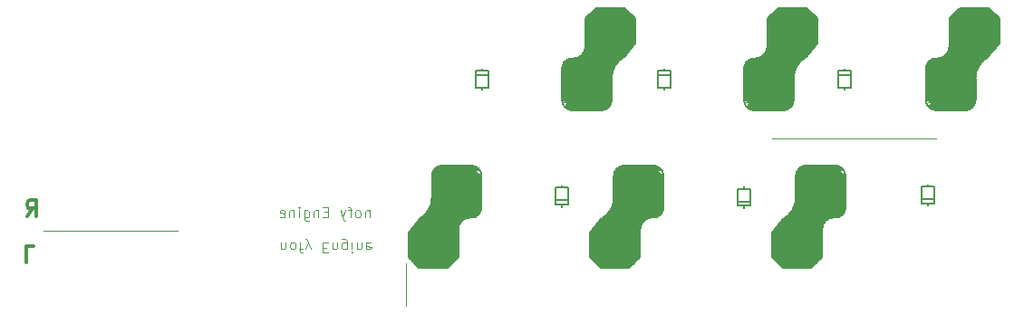
<source format=gbr>
G04 #@! TF.GenerationSoftware,KiCad,Pcbnew,9.0.0*
G04 #@! TF.CreationDate,2025-03-30T22:48:21+09:00*
G04 #@! TF.ProjectId,nofy,6e6f6679-2e6b-4696-9361-645f70636258,rev?*
G04 #@! TF.SameCoordinates,Original*
G04 #@! TF.FileFunction,Legend,Bot*
G04 #@! TF.FilePolarity,Positive*
%FSLAX46Y46*%
G04 Gerber Fmt 4.6, Leading zero omitted, Abs format (unit mm)*
G04 Created by KiCad (PCBNEW 9.0.0) date 2025-03-30 22:48:21*
%MOMM*%
%LPD*%
G01*
G04 APERTURE LIST*
%ADD10C,0.100000*%
%ADD11C,0.300000*%
%ADD12C,0.125000*%
%ADD13C,0.150000*%
%ADD14C,0.200000*%
G04 APERTURE END LIST*
D10*
X37700000Y-66900000D02*
X25100000Y-66900000D01*
X59000000Y-73900000D02*
X59000000Y-69900000D01*
X93200000Y-58200000D02*
X108500000Y-58200000D01*
D11*
X23588346Y-65500828D02*
X24088346Y-64786542D01*
X24445489Y-65500828D02*
X24445489Y-64000828D01*
X24445489Y-64000828D02*
X23874060Y-64000828D01*
X23874060Y-64000828D02*
X23731203Y-64072257D01*
X23731203Y-64072257D02*
X23659774Y-64143685D01*
X23659774Y-64143685D02*
X23588346Y-64286542D01*
X23588346Y-64286542D02*
X23588346Y-64500828D01*
X23588346Y-64500828D02*
X23659774Y-64643685D01*
X23659774Y-64643685D02*
X23731203Y-64715114D01*
X23731203Y-64715114D02*
X23874060Y-64786542D01*
X23874060Y-64786542D02*
X24445489Y-64786542D01*
D12*
X55629668Y-64954452D02*
X55629668Y-65621119D01*
X55629668Y-65049690D02*
X55582049Y-65002071D01*
X55582049Y-65002071D02*
X55486811Y-64954452D01*
X55486811Y-64954452D02*
X55343954Y-64954452D01*
X55343954Y-64954452D02*
X55248716Y-65002071D01*
X55248716Y-65002071D02*
X55201097Y-65097309D01*
X55201097Y-65097309D02*
X55201097Y-65621119D01*
X54582049Y-65621119D02*
X54677287Y-65573500D01*
X54677287Y-65573500D02*
X54724906Y-65525880D01*
X54724906Y-65525880D02*
X54772525Y-65430642D01*
X54772525Y-65430642D02*
X54772525Y-65144928D01*
X54772525Y-65144928D02*
X54724906Y-65049690D01*
X54724906Y-65049690D02*
X54677287Y-65002071D01*
X54677287Y-65002071D02*
X54582049Y-64954452D01*
X54582049Y-64954452D02*
X54439192Y-64954452D01*
X54439192Y-64954452D02*
X54343954Y-65002071D01*
X54343954Y-65002071D02*
X54296335Y-65049690D01*
X54296335Y-65049690D02*
X54248716Y-65144928D01*
X54248716Y-65144928D02*
X54248716Y-65430642D01*
X54248716Y-65430642D02*
X54296335Y-65525880D01*
X54296335Y-65525880D02*
X54343954Y-65573500D01*
X54343954Y-65573500D02*
X54439192Y-65621119D01*
X54439192Y-65621119D02*
X54582049Y-65621119D01*
X53963001Y-64954452D02*
X53582049Y-64954452D01*
X53820144Y-65621119D02*
X53820144Y-64763976D01*
X53820144Y-64763976D02*
X53772525Y-64668738D01*
X53772525Y-64668738D02*
X53677287Y-64621119D01*
X53677287Y-64621119D02*
X53582049Y-64621119D01*
X53343953Y-64954452D02*
X53105858Y-65621119D01*
X52867763Y-64954452D02*
X53105858Y-65621119D01*
X53105858Y-65621119D02*
X53201096Y-65859214D01*
X53201096Y-65859214D02*
X53248715Y-65906833D01*
X53248715Y-65906833D02*
X53343953Y-65954452D01*
X51724905Y-65097309D02*
X51391572Y-65097309D01*
X51248715Y-65621119D02*
X51724905Y-65621119D01*
X51724905Y-65621119D02*
X51724905Y-64621119D01*
X51724905Y-64621119D02*
X51248715Y-64621119D01*
X50820143Y-64954452D02*
X50820143Y-65621119D01*
X50820143Y-65049690D02*
X50772524Y-65002071D01*
X50772524Y-65002071D02*
X50677286Y-64954452D01*
X50677286Y-64954452D02*
X50534429Y-64954452D01*
X50534429Y-64954452D02*
X50439191Y-65002071D01*
X50439191Y-65002071D02*
X50391572Y-65097309D01*
X50391572Y-65097309D02*
X50391572Y-65621119D01*
X49486810Y-64954452D02*
X49486810Y-65763976D01*
X49486810Y-65763976D02*
X49534429Y-65859214D01*
X49534429Y-65859214D02*
X49582048Y-65906833D01*
X49582048Y-65906833D02*
X49677286Y-65954452D01*
X49677286Y-65954452D02*
X49820143Y-65954452D01*
X49820143Y-65954452D02*
X49915381Y-65906833D01*
X49486810Y-65573500D02*
X49582048Y-65621119D01*
X49582048Y-65621119D02*
X49772524Y-65621119D01*
X49772524Y-65621119D02*
X49867762Y-65573500D01*
X49867762Y-65573500D02*
X49915381Y-65525880D01*
X49915381Y-65525880D02*
X49963000Y-65430642D01*
X49963000Y-65430642D02*
X49963000Y-65144928D01*
X49963000Y-65144928D02*
X49915381Y-65049690D01*
X49915381Y-65049690D02*
X49867762Y-65002071D01*
X49867762Y-65002071D02*
X49772524Y-64954452D01*
X49772524Y-64954452D02*
X49582048Y-64954452D01*
X49582048Y-64954452D02*
X49486810Y-65002071D01*
X49010619Y-65621119D02*
X49010619Y-64954452D01*
X49010619Y-64621119D02*
X49058238Y-64668738D01*
X49058238Y-64668738D02*
X49010619Y-64716357D01*
X49010619Y-64716357D02*
X48963000Y-64668738D01*
X48963000Y-64668738D02*
X49010619Y-64621119D01*
X49010619Y-64621119D02*
X49010619Y-64716357D01*
X48534429Y-64954452D02*
X48534429Y-65621119D01*
X48534429Y-65049690D02*
X48486810Y-65002071D01*
X48486810Y-65002071D02*
X48391572Y-64954452D01*
X48391572Y-64954452D02*
X48248715Y-64954452D01*
X48248715Y-64954452D02*
X48153477Y-65002071D01*
X48153477Y-65002071D02*
X48105858Y-65097309D01*
X48105858Y-65097309D02*
X48105858Y-65621119D01*
X47248715Y-65573500D02*
X47343953Y-65621119D01*
X47343953Y-65621119D02*
X47534429Y-65621119D01*
X47534429Y-65621119D02*
X47629667Y-65573500D01*
X47629667Y-65573500D02*
X47677286Y-65478261D01*
X47677286Y-65478261D02*
X47677286Y-65097309D01*
X47677286Y-65097309D02*
X47629667Y-65002071D01*
X47629667Y-65002071D02*
X47534429Y-64954452D01*
X47534429Y-64954452D02*
X47343953Y-64954452D01*
X47343953Y-64954452D02*
X47248715Y-65002071D01*
X47248715Y-65002071D02*
X47201096Y-65097309D01*
X47201096Y-65097309D02*
X47201096Y-65192547D01*
X47201096Y-65192547D02*
X47677286Y-65287785D01*
X47320331Y-68595547D02*
X47320331Y-67928880D01*
X47320331Y-68500309D02*
X47367950Y-68547928D01*
X47367950Y-68547928D02*
X47463188Y-68595547D01*
X47463188Y-68595547D02*
X47606045Y-68595547D01*
X47606045Y-68595547D02*
X47701283Y-68547928D01*
X47701283Y-68547928D02*
X47748902Y-68452690D01*
X47748902Y-68452690D02*
X47748902Y-67928880D01*
X48367950Y-67928880D02*
X48272712Y-67976500D01*
X48272712Y-67976500D02*
X48225093Y-68024119D01*
X48225093Y-68024119D02*
X48177474Y-68119357D01*
X48177474Y-68119357D02*
X48177474Y-68405071D01*
X48177474Y-68405071D02*
X48225093Y-68500309D01*
X48225093Y-68500309D02*
X48272712Y-68547928D01*
X48272712Y-68547928D02*
X48367950Y-68595547D01*
X48367950Y-68595547D02*
X48510807Y-68595547D01*
X48510807Y-68595547D02*
X48606045Y-68547928D01*
X48606045Y-68547928D02*
X48653664Y-68500309D01*
X48653664Y-68500309D02*
X48701283Y-68405071D01*
X48701283Y-68405071D02*
X48701283Y-68119357D01*
X48701283Y-68119357D02*
X48653664Y-68024119D01*
X48653664Y-68024119D02*
X48606045Y-67976500D01*
X48606045Y-67976500D02*
X48510807Y-67928880D01*
X48510807Y-67928880D02*
X48367950Y-67928880D01*
X48986998Y-68595547D02*
X49367950Y-68595547D01*
X49129855Y-67928880D02*
X49129855Y-68786023D01*
X49129855Y-68786023D02*
X49177474Y-68881261D01*
X49177474Y-68881261D02*
X49272712Y-68928880D01*
X49272712Y-68928880D02*
X49367950Y-68928880D01*
X49606046Y-68595547D02*
X49844141Y-67928880D01*
X50082236Y-68595547D02*
X49844141Y-67928880D01*
X49844141Y-67928880D02*
X49748903Y-67690785D01*
X49748903Y-67690785D02*
X49701284Y-67643166D01*
X49701284Y-67643166D02*
X49606046Y-67595547D01*
X51225094Y-68452690D02*
X51558427Y-68452690D01*
X51701284Y-67928880D02*
X51225094Y-67928880D01*
X51225094Y-67928880D02*
X51225094Y-68928880D01*
X51225094Y-68928880D02*
X51701284Y-68928880D01*
X52129856Y-68595547D02*
X52129856Y-67928880D01*
X52129856Y-68500309D02*
X52177475Y-68547928D01*
X52177475Y-68547928D02*
X52272713Y-68595547D01*
X52272713Y-68595547D02*
X52415570Y-68595547D01*
X52415570Y-68595547D02*
X52510808Y-68547928D01*
X52510808Y-68547928D02*
X52558427Y-68452690D01*
X52558427Y-68452690D02*
X52558427Y-67928880D01*
X53463189Y-68595547D02*
X53463189Y-67786023D01*
X53463189Y-67786023D02*
X53415570Y-67690785D01*
X53415570Y-67690785D02*
X53367951Y-67643166D01*
X53367951Y-67643166D02*
X53272713Y-67595547D01*
X53272713Y-67595547D02*
X53129856Y-67595547D01*
X53129856Y-67595547D02*
X53034618Y-67643166D01*
X53463189Y-67976500D02*
X53367951Y-67928880D01*
X53367951Y-67928880D02*
X53177475Y-67928880D01*
X53177475Y-67928880D02*
X53082237Y-67976500D01*
X53082237Y-67976500D02*
X53034618Y-68024119D01*
X53034618Y-68024119D02*
X52986999Y-68119357D01*
X52986999Y-68119357D02*
X52986999Y-68405071D01*
X52986999Y-68405071D02*
X53034618Y-68500309D01*
X53034618Y-68500309D02*
X53082237Y-68547928D01*
X53082237Y-68547928D02*
X53177475Y-68595547D01*
X53177475Y-68595547D02*
X53367951Y-68595547D01*
X53367951Y-68595547D02*
X53463189Y-68547928D01*
X53939380Y-67928880D02*
X53939380Y-68595547D01*
X53939380Y-68928880D02*
X53891761Y-68881261D01*
X53891761Y-68881261D02*
X53939380Y-68833642D01*
X53939380Y-68833642D02*
X53986999Y-68881261D01*
X53986999Y-68881261D02*
X53939380Y-68928880D01*
X53939380Y-68928880D02*
X53939380Y-68833642D01*
X54415570Y-68595547D02*
X54415570Y-67928880D01*
X54415570Y-68500309D02*
X54463189Y-68547928D01*
X54463189Y-68547928D02*
X54558427Y-68595547D01*
X54558427Y-68595547D02*
X54701284Y-68595547D01*
X54701284Y-68595547D02*
X54796522Y-68547928D01*
X54796522Y-68547928D02*
X54844141Y-68452690D01*
X54844141Y-68452690D02*
X54844141Y-67928880D01*
X55701284Y-67976500D02*
X55606046Y-67928880D01*
X55606046Y-67928880D02*
X55415570Y-67928880D01*
X55415570Y-67928880D02*
X55320332Y-67976500D01*
X55320332Y-67976500D02*
X55272713Y-68071738D01*
X55272713Y-68071738D02*
X55272713Y-68452690D01*
X55272713Y-68452690D02*
X55320332Y-68547928D01*
X55320332Y-68547928D02*
X55415570Y-68595547D01*
X55415570Y-68595547D02*
X55606046Y-68595547D01*
X55606046Y-68595547D02*
X55701284Y-68547928D01*
X55701284Y-68547928D02*
X55748903Y-68452690D01*
X55748903Y-68452690D02*
X55748903Y-68357452D01*
X55748903Y-68357452D02*
X55272713Y-68262214D01*
D11*
X24218796Y-68299171D02*
X23504510Y-68299171D01*
X23504510Y-68299171D02*
X23504510Y-69799171D01*
D13*
X59225000Y-69353600D02*
X59225000Y-67028600D01*
X59250000Y-67053600D02*
X63850000Y-67053600D01*
X59250000Y-67203600D02*
X63850000Y-67203600D01*
X59250000Y-67353600D02*
X63850000Y-67353600D01*
X59250000Y-67503600D02*
X63850000Y-67503600D01*
X59250000Y-67653600D02*
X63850000Y-67653600D01*
X59250000Y-67803600D02*
X63850000Y-67803600D01*
X59250000Y-67953600D02*
X63850000Y-67953600D01*
X59250000Y-68103600D02*
X63850000Y-68103600D01*
X59250000Y-68253600D02*
X63850000Y-68253600D01*
X59250000Y-68403600D02*
X63850000Y-68403600D01*
X59250000Y-68553600D02*
X63850000Y-68553600D01*
X59250000Y-68703600D02*
X63850000Y-68703600D01*
X59250000Y-68853600D02*
X63850000Y-68853600D01*
X59250000Y-69003600D02*
X63850000Y-69003600D01*
X59250000Y-69153600D02*
X63850000Y-69153600D01*
X59250000Y-69303600D02*
X63850000Y-69303600D01*
X59340000Y-66903600D02*
X63800000Y-66903600D01*
X59360000Y-69453600D02*
X63750000Y-69453600D01*
X59460000Y-66753600D02*
X63850000Y-66753600D01*
X59500000Y-69603600D02*
X63620000Y-69603600D01*
X59570000Y-66603600D02*
X63850000Y-66603600D01*
X59630000Y-69753600D02*
X63460000Y-69753600D01*
X59690000Y-66453600D02*
X63850000Y-66453600D01*
X59790000Y-69903600D02*
X63320000Y-69903600D01*
X59830000Y-66303600D02*
X63950000Y-66303600D01*
X59890000Y-70003600D02*
X63220000Y-70003600D01*
X59930000Y-66163600D02*
X64000000Y-66153600D01*
X60000000Y-70103600D02*
X63120000Y-70103600D01*
X60020000Y-66053600D02*
X64050000Y-66053600D01*
X60080000Y-70203600D02*
X63010000Y-70203600D01*
X60100000Y-65953600D02*
X64100000Y-65953600D01*
X60180000Y-65853600D02*
X64200000Y-65853600D01*
X60225000Y-70353600D02*
X59225000Y-69353600D01*
X60250000Y-65753600D02*
X59225000Y-67028600D01*
X60250000Y-65753600D02*
X64400000Y-65753600D01*
X60430000Y-65653600D02*
X64550000Y-65653600D01*
X60600000Y-65553600D02*
X65500000Y-65553600D01*
X60750000Y-65403600D02*
X65700000Y-65403600D01*
X60900000Y-65253600D02*
X65890000Y-65253600D01*
X61000000Y-65103600D02*
X65970000Y-65103600D01*
X61100000Y-64953600D02*
X66020000Y-64953600D01*
X61200000Y-64803600D02*
X66050000Y-64803600D01*
X61250000Y-64653600D02*
X66070000Y-64653600D01*
X61350000Y-64503600D02*
X66060000Y-64503600D01*
X61400000Y-64203600D02*
X66050000Y-64203600D01*
X61400000Y-64353600D02*
X66000000Y-64353600D01*
X61410000Y-64053600D02*
X66050000Y-64053600D01*
X61425000Y-63753600D02*
X61425000Y-61778600D01*
X61440000Y-61653600D02*
X65950000Y-61653600D01*
X61450000Y-61803600D02*
X66050000Y-61803600D01*
X61450000Y-61953600D02*
X66050000Y-61953600D01*
X61450000Y-62103600D02*
X66050000Y-62103600D01*
X61450000Y-62253600D02*
X66050000Y-62253600D01*
X61450000Y-62403600D02*
X66050000Y-62403600D01*
X61450000Y-62553600D02*
X66050000Y-62553600D01*
X61450000Y-62703600D02*
X66050000Y-62703600D01*
X61450000Y-62853600D02*
X66050000Y-62853600D01*
X61450000Y-63003600D02*
X66050000Y-63003600D01*
X61450000Y-63153600D02*
X66050000Y-63153600D01*
X61450000Y-63303600D02*
X66050000Y-63303600D01*
X61450000Y-63453600D02*
X66050000Y-63453600D01*
X61450000Y-63603600D02*
X66050000Y-63603600D01*
X61450000Y-63753600D02*
X66050000Y-63753600D01*
X61450000Y-63903600D02*
X66000000Y-63903600D01*
X61480000Y-61503600D02*
X65800000Y-61503600D01*
X61530000Y-61353600D02*
X65650000Y-61353600D01*
X61610000Y-61203600D02*
X65750000Y-61203600D01*
X61750000Y-61053600D02*
X65720000Y-61053600D01*
X61920000Y-60903600D02*
X65600000Y-60903600D01*
X62875000Y-70353600D02*
X60225000Y-70353600D01*
X62875000Y-70353600D02*
X63875000Y-69353600D01*
X63875000Y-69353600D02*
X63875000Y-66778600D01*
X65050000Y-65603600D02*
X65373113Y-65603600D01*
X65075000Y-60748600D02*
X62425000Y-60748600D01*
X66075000Y-64742396D02*
X66075000Y-61778600D01*
X61425000Y-61748600D02*
G75*
G02*
X62425000Y-60748600I999999J1D01*
G01*
X61432542Y-63753600D02*
G75*
G02*
X60250000Y-65753600I-2282546J2D01*
G01*
X63875000Y-66778600D02*
G75*
G02*
X65050000Y-65603600I1175002J-2D01*
G01*
X65075000Y-60748600D02*
G75*
G02*
X66075000Y-61748600I1J-999999D01*
G01*
X66075000Y-64742396D02*
G75*
G02*
X65373113Y-65603600I-926887J38796D01*
G01*
X76225000Y-69353600D02*
X76225000Y-67028600D01*
X76250000Y-67053600D02*
X80850000Y-67053600D01*
X76250000Y-67203600D02*
X80850000Y-67203600D01*
X76250000Y-67353600D02*
X80850000Y-67353600D01*
X76250000Y-67503600D02*
X80850000Y-67503600D01*
X76250000Y-67653600D02*
X80850000Y-67653600D01*
X76250000Y-67803600D02*
X80850000Y-67803600D01*
X76250000Y-67953600D02*
X80850000Y-67953600D01*
X76250000Y-68103600D02*
X80850000Y-68103600D01*
X76250000Y-68253600D02*
X80850000Y-68253600D01*
X76250000Y-68403600D02*
X80850000Y-68403600D01*
X76250000Y-68553600D02*
X80850000Y-68553600D01*
X76250000Y-68703600D02*
X80850000Y-68703600D01*
X76250000Y-68853600D02*
X80850000Y-68853600D01*
X76250000Y-69003600D02*
X80850000Y-69003600D01*
X76250000Y-69153600D02*
X80850000Y-69153600D01*
X76250000Y-69303600D02*
X80850000Y-69303600D01*
X76340000Y-66903600D02*
X80800000Y-66903600D01*
X76360000Y-69453600D02*
X80750000Y-69453600D01*
X76460000Y-66753600D02*
X80850000Y-66753600D01*
X76500000Y-69603600D02*
X80620000Y-69603600D01*
X76570000Y-66603600D02*
X80850000Y-66603600D01*
X76630000Y-69753600D02*
X80460000Y-69753600D01*
X76690000Y-66453600D02*
X80850000Y-66453600D01*
X76790000Y-69903600D02*
X80320000Y-69903600D01*
X76830000Y-66303600D02*
X80950000Y-66303600D01*
X76890000Y-70003600D02*
X80220000Y-70003600D01*
X76930000Y-66163600D02*
X81000000Y-66153600D01*
X77000000Y-70103600D02*
X80120000Y-70103600D01*
X77020000Y-66053600D02*
X81050000Y-66053600D01*
X77080000Y-70203600D02*
X80010000Y-70203600D01*
X77100000Y-65953600D02*
X81100000Y-65953600D01*
X77180000Y-65853600D02*
X81200000Y-65853600D01*
X77225000Y-70353600D02*
X76225000Y-69353600D01*
X77250000Y-65753600D02*
X76225000Y-67028600D01*
X77250000Y-65753600D02*
X81400000Y-65753600D01*
X77430000Y-65653600D02*
X81550000Y-65653600D01*
X77600000Y-65553600D02*
X82500000Y-65553600D01*
X77750000Y-65403600D02*
X82700000Y-65403600D01*
X77900000Y-65253600D02*
X82890000Y-65253600D01*
X78000000Y-65103600D02*
X82970000Y-65103600D01*
X78100000Y-64953600D02*
X83020000Y-64953600D01*
X78200000Y-64803600D02*
X83050000Y-64803600D01*
X78250000Y-64653600D02*
X83070000Y-64653600D01*
X78350000Y-64503600D02*
X83060000Y-64503600D01*
X78400000Y-64203600D02*
X83050000Y-64203600D01*
X78400000Y-64353600D02*
X83000000Y-64353600D01*
X78410000Y-64053600D02*
X83050000Y-64053600D01*
X78425000Y-63753600D02*
X78425000Y-61778600D01*
X78440000Y-61653600D02*
X82950000Y-61653600D01*
X78450000Y-61803600D02*
X83050000Y-61803600D01*
X78450000Y-61953600D02*
X83050000Y-61953600D01*
X78450000Y-62103600D02*
X83050000Y-62103600D01*
X78450000Y-62253600D02*
X83050000Y-62253600D01*
X78450000Y-62403600D02*
X83050000Y-62403600D01*
X78450000Y-62553600D02*
X83050000Y-62553600D01*
X78450000Y-62703600D02*
X83050000Y-62703600D01*
X78450000Y-62853600D02*
X83050000Y-62853600D01*
X78450000Y-63003600D02*
X83050000Y-63003600D01*
X78450000Y-63153600D02*
X83050000Y-63153600D01*
X78450000Y-63303600D02*
X83050000Y-63303600D01*
X78450000Y-63453600D02*
X83050000Y-63453600D01*
X78450000Y-63603600D02*
X83050000Y-63603600D01*
X78450000Y-63753600D02*
X83050000Y-63753600D01*
X78450000Y-63903600D02*
X83000000Y-63903600D01*
X78480000Y-61503600D02*
X82800000Y-61503600D01*
X78530000Y-61353600D02*
X82650000Y-61353600D01*
X78610000Y-61203600D02*
X82750000Y-61203600D01*
X78750000Y-61053600D02*
X82720000Y-61053600D01*
X78920000Y-60903600D02*
X82600000Y-60903600D01*
X79875000Y-70353600D02*
X77225000Y-70353600D01*
X79875000Y-70353600D02*
X80875000Y-69353600D01*
X80875000Y-69353600D02*
X80875000Y-66778600D01*
X82050000Y-65603600D02*
X82373113Y-65603600D01*
X82075000Y-60748600D02*
X79425000Y-60748600D01*
X83075000Y-64742396D02*
X83075000Y-61778600D01*
X78425000Y-61748600D02*
G75*
G02*
X79425000Y-60748600I999999J1D01*
G01*
X78432542Y-63753600D02*
G75*
G02*
X77250000Y-65753600I-2282546J2D01*
G01*
X80875000Y-66778600D02*
G75*
G02*
X82050000Y-65603600I1175002J-2D01*
G01*
X82075000Y-60748600D02*
G75*
G02*
X83075000Y-61748600I1J-999999D01*
G01*
X83075000Y-64742396D02*
G75*
G02*
X82373113Y-65603600I-926887J38796D01*
G01*
X93225000Y-69353600D02*
X93225000Y-67028600D01*
X93250000Y-67053600D02*
X97850000Y-67053600D01*
X93250000Y-67203600D02*
X97850000Y-67203600D01*
X93250000Y-67353600D02*
X97850000Y-67353600D01*
X93250000Y-67503600D02*
X97850000Y-67503600D01*
X93250000Y-67653600D02*
X97850000Y-67653600D01*
X93250000Y-67803600D02*
X97850000Y-67803600D01*
X93250000Y-67953600D02*
X97850000Y-67953600D01*
X93250000Y-68103600D02*
X97850000Y-68103600D01*
X93250000Y-68253600D02*
X97850000Y-68253600D01*
X93250000Y-68403600D02*
X97850000Y-68403600D01*
X93250000Y-68553600D02*
X97850000Y-68553600D01*
X93250000Y-68703600D02*
X97850000Y-68703600D01*
X93250000Y-68853600D02*
X97850000Y-68853600D01*
X93250000Y-69003600D02*
X97850000Y-69003600D01*
X93250000Y-69153600D02*
X97850000Y-69153600D01*
X93250000Y-69303600D02*
X97850000Y-69303600D01*
X93340000Y-66903600D02*
X97800000Y-66903600D01*
X93360000Y-69453600D02*
X97750000Y-69453600D01*
X93460000Y-66753600D02*
X97850000Y-66753600D01*
X93500000Y-69603600D02*
X97620000Y-69603600D01*
X93570000Y-66603600D02*
X97850000Y-66603600D01*
X93630000Y-69753600D02*
X97460000Y-69753600D01*
X93690000Y-66453600D02*
X97850000Y-66453600D01*
X93790000Y-69903600D02*
X97320000Y-69903600D01*
X93830000Y-66303600D02*
X97950000Y-66303600D01*
X93890000Y-70003600D02*
X97220000Y-70003600D01*
X93930000Y-66163600D02*
X98000000Y-66153600D01*
X94000000Y-70103600D02*
X97120000Y-70103600D01*
X94020000Y-66053600D02*
X98050000Y-66053600D01*
X94080000Y-70203600D02*
X97010000Y-70203600D01*
X94100000Y-65953600D02*
X98100000Y-65953600D01*
X94180000Y-65853600D02*
X98200000Y-65853600D01*
X94225000Y-70353600D02*
X93225000Y-69353600D01*
X94250000Y-65753600D02*
X93225000Y-67028600D01*
X94250000Y-65753600D02*
X98400000Y-65753600D01*
X94430000Y-65653600D02*
X98550000Y-65653600D01*
X94600000Y-65553600D02*
X99500000Y-65553600D01*
X94750000Y-65403600D02*
X99700000Y-65403600D01*
X94900000Y-65253600D02*
X99890000Y-65253600D01*
X95000000Y-65103600D02*
X99970000Y-65103600D01*
X95100000Y-64953600D02*
X100020000Y-64953600D01*
X95200000Y-64803600D02*
X100050000Y-64803600D01*
X95250000Y-64653600D02*
X100070000Y-64653600D01*
X95350000Y-64503600D02*
X100060000Y-64503600D01*
X95400000Y-64203600D02*
X100050000Y-64203600D01*
X95400000Y-64353600D02*
X100000000Y-64353600D01*
X95410000Y-64053600D02*
X100050000Y-64053600D01*
X95425000Y-63753600D02*
X95425000Y-61778600D01*
X95440000Y-61653600D02*
X99950000Y-61653600D01*
X95450000Y-61803600D02*
X100050000Y-61803600D01*
X95450000Y-61953600D02*
X100050000Y-61953600D01*
X95450000Y-62103600D02*
X100050000Y-62103600D01*
X95450000Y-62253600D02*
X100050000Y-62253600D01*
X95450000Y-62403600D02*
X100050000Y-62403600D01*
X95450000Y-62553600D02*
X100050000Y-62553600D01*
X95450000Y-62703600D02*
X100050000Y-62703600D01*
X95450000Y-62853600D02*
X100050000Y-62853600D01*
X95450000Y-63003600D02*
X100050000Y-63003600D01*
X95450000Y-63153600D02*
X100050000Y-63153600D01*
X95450000Y-63303600D02*
X100050000Y-63303600D01*
X95450000Y-63453600D02*
X100050000Y-63453600D01*
X95450000Y-63603600D02*
X100050000Y-63603600D01*
X95450000Y-63753600D02*
X100050000Y-63753600D01*
X95450000Y-63903600D02*
X100000000Y-63903600D01*
X95480000Y-61503600D02*
X99800000Y-61503600D01*
X95530000Y-61353600D02*
X99650000Y-61353600D01*
X95610000Y-61203600D02*
X99750000Y-61203600D01*
X95750000Y-61053600D02*
X99720000Y-61053600D01*
X95920000Y-60903600D02*
X99600000Y-60903600D01*
X96875000Y-70353600D02*
X94225000Y-70353600D01*
X96875000Y-70353600D02*
X97875000Y-69353600D01*
X97875000Y-69353600D02*
X97875000Y-66778600D01*
X99050000Y-65603600D02*
X99373113Y-65603600D01*
X99075000Y-60748600D02*
X96425000Y-60748600D01*
X100075000Y-64742396D02*
X100075000Y-61778600D01*
X95425000Y-61748600D02*
G75*
G02*
X96425000Y-60748600I999999J1D01*
G01*
X95432542Y-63753600D02*
G75*
G02*
X94250000Y-65753600I-2282546J2D01*
G01*
X97875000Y-66778600D02*
G75*
G02*
X99050000Y-65603600I1175002J-2D01*
G01*
X99075000Y-60748600D02*
G75*
G02*
X100075000Y-61748600I1J-999999D01*
G01*
X100075000Y-64742396D02*
G75*
G02*
X99373113Y-65603600I-926887J38796D01*
G01*
D14*
X107154686Y-62734815D02*
X107154686Y-64322319D01*
X107154686Y-64322319D02*
X108345314Y-64322319D01*
X107750000Y-62734815D02*
X107750000Y-62536377D01*
X107750000Y-64520757D02*
X107750000Y-64322319D01*
X108345314Y-62734815D02*
X107154686Y-62734815D01*
X108345314Y-63925443D02*
X107154686Y-63925443D01*
X108345314Y-64322319D02*
X108345314Y-62734815D01*
D13*
X107575000Y-51614804D02*
X107575000Y-54578600D01*
X108575000Y-55608600D02*
X111225000Y-55608600D01*
X108600000Y-50753600D02*
X108276887Y-50753600D01*
X109775000Y-47003600D02*
X109775000Y-49578600D01*
X110775000Y-46003600D02*
X109775000Y-47003600D01*
X110775000Y-46003600D02*
X113425000Y-46003600D01*
X111730000Y-55453600D02*
X108050000Y-55453600D01*
X111900000Y-55303600D02*
X107930000Y-55303600D01*
X112040000Y-55153600D02*
X107900000Y-55153600D01*
X112120000Y-55003600D02*
X108000000Y-55003600D01*
X112170000Y-54853600D02*
X107850000Y-54853600D01*
X112200000Y-52453600D02*
X107650000Y-52453600D01*
X112200000Y-52603600D02*
X107600000Y-52603600D01*
X112200000Y-52753600D02*
X107600000Y-52753600D01*
X112200000Y-52903600D02*
X107600000Y-52903600D01*
X112200000Y-53053600D02*
X107600000Y-53053600D01*
X112200000Y-53203600D02*
X107600000Y-53203600D01*
X112200000Y-53353600D02*
X107600000Y-53353600D01*
X112200000Y-53503600D02*
X107600000Y-53503600D01*
X112200000Y-53653600D02*
X107600000Y-53653600D01*
X112200000Y-53803600D02*
X107600000Y-53803600D01*
X112200000Y-53953600D02*
X107600000Y-53953600D01*
X112200000Y-54103600D02*
X107600000Y-54103600D01*
X112200000Y-54253600D02*
X107600000Y-54253600D01*
X112200000Y-54403600D02*
X107600000Y-54403600D01*
X112200000Y-54553600D02*
X107600000Y-54553600D01*
X112210000Y-54703600D02*
X107700000Y-54703600D01*
X112225000Y-52603600D02*
X112225000Y-54578600D01*
X112240000Y-52303600D02*
X107600000Y-52303600D01*
X112250000Y-52003600D02*
X107650000Y-52003600D01*
X112250000Y-52153600D02*
X107600000Y-52153600D01*
X112300000Y-51853600D02*
X107590000Y-51853600D01*
X112400000Y-51703600D02*
X107580000Y-51703600D01*
X112450000Y-51553600D02*
X107600000Y-51553600D01*
X112550000Y-51403600D02*
X107630000Y-51403600D01*
X112650000Y-51253600D02*
X107680000Y-51253600D01*
X112750000Y-51103600D02*
X107760000Y-51103600D01*
X112900000Y-50953600D02*
X107950000Y-50953600D01*
X113050000Y-50803600D02*
X108150000Y-50803600D01*
X113220000Y-50703600D02*
X109100000Y-50703600D01*
X113400000Y-50603600D02*
X109250000Y-50603600D01*
X113400000Y-50603600D02*
X114425000Y-49328600D01*
X113425000Y-46003600D02*
X114425000Y-47003600D01*
X113470000Y-50503600D02*
X109450000Y-50503600D01*
X113550000Y-50403600D02*
X109550000Y-50403600D01*
X113570000Y-46153600D02*
X110640000Y-46153600D01*
X113630000Y-50303600D02*
X109600000Y-50303600D01*
X113650000Y-46253600D02*
X110530000Y-46253600D01*
X113720000Y-50193600D02*
X109650000Y-50203600D01*
X113760000Y-46353600D02*
X110430000Y-46353600D01*
X113820000Y-50053600D02*
X109700000Y-50053600D01*
X113860000Y-46453600D02*
X110330000Y-46453600D01*
X113960000Y-49903600D02*
X109800000Y-49903600D01*
X114020000Y-46603600D02*
X110190000Y-46603600D01*
X114080000Y-49753600D02*
X109800000Y-49753600D01*
X114150000Y-46753600D02*
X110030000Y-46753600D01*
X114190000Y-49603600D02*
X109800000Y-49603600D01*
X114290000Y-46903600D02*
X109900000Y-46903600D01*
X114310000Y-49453600D02*
X109850000Y-49453600D01*
X114400000Y-47053600D02*
X109800000Y-47053600D01*
X114400000Y-47203600D02*
X109800000Y-47203600D01*
X114400000Y-47353600D02*
X109800000Y-47353600D01*
X114400000Y-47503600D02*
X109800000Y-47503600D01*
X114400000Y-47653600D02*
X109800000Y-47653600D01*
X114400000Y-47803600D02*
X109800000Y-47803600D01*
X114400000Y-47953600D02*
X109800000Y-47953600D01*
X114400000Y-48103600D02*
X109800000Y-48103600D01*
X114400000Y-48253600D02*
X109800000Y-48253600D01*
X114400000Y-48403600D02*
X109800000Y-48403600D01*
X114400000Y-48553600D02*
X109800000Y-48553600D01*
X114400000Y-48703600D02*
X109800000Y-48703600D01*
X114400000Y-48853600D02*
X109800000Y-48853600D01*
X114400000Y-49003600D02*
X109800000Y-49003600D01*
X114400000Y-49153600D02*
X109800000Y-49153600D01*
X114400000Y-49303600D02*
X109800000Y-49303600D01*
X114425000Y-47003600D02*
X114425000Y-49328600D01*
X107575000Y-51614804D02*
G75*
G02*
X108276887Y-50753600I926887J-38796D01*
G01*
X108575000Y-55608600D02*
G75*
G02*
X107575000Y-54608600I-1J999999D01*
G01*
X109775000Y-49578600D02*
G75*
G02*
X108600000Y-50753600I-1175002J2D01*
G01*
X112217458Y-52603600D02*
G75*
G02*
X113400000Y-50603600I2282546J-2D01*
G01*
X112225000Y-54608600D02*
G75*
G02*
X111225000Y-55608600I-999999J-1D01*
G01*
D14*
X72954686Y-62834815D02*
X72954686Y-64422319D01*
X72954686Y-64422319D02*
X74145314Y-64422319D01*
X73550000Y-62834815D02*
X73550000Y-62636377D01*
X73550000Y-64620757D02*
X73550000Y-64422319D01*
X74145314Y-62834815D02*
X72954686Y-62834815D01*
X74145314Y-64025443D02*
X72954686Y-64025443D01*
X74145314Y-64422319D02*
X74145314Y-62834815D01*
X99404686Y-51884781D02*
X99404686Y-53472285D01*
X99404686Y-52281657D02*
X100595314Y-52281657D01*
X99404686Y-53472285D02*
X100595314Y-53472285D01*
X100000000Y-51686343D02*
X100000000Y-51884781D01*
X100000000Y-53472285D02*
X100000000Y-53670723D01*
X100595314Y-51884781D02*
X99404686Y-51884781D01*
X100595314Y-53472285D02*
X100595314Y-51884781D01*
X82504686Y-51884781D02*
X82504686Y-53472285D01*
X82504686Y-52281657D02*
X83695314Y-52281657D01*
X82504686Y-53472285D02*
X83695314Y-53472285D01*
X83100000Y-51686343D02*
X83100000Y-51884781D01*
X83100000Y-53472285D02*
X83100000Y-53670723D01*
X83695314Y-51884781D02*
X82504686Y-51884781D01*
X83695314Y-53472285D02*
X83695314Y-51884781D01*
D13*
X73575000Y-51614804D02*
X73575000Y-54578600D01*
X74575000Y-55608600D02*
X77225000Y-55608600D01*
X74600000Y-50753600D02*
X74276887Y-50753600D01*
X75775000Y-47003600D02*
X75775000Y-49578600D01*
X76775000Y-46003600D02*
X75775000Y-47003600D01*
X76775000Y-46003600D02*
X79425000Y-46003600D01*
X77730000Y-55453600D02*
X74050000Y-55453600D01*
X77900000Y-55303600D02*
X73930000Y-55303600D01*
X78040000Y-55153600D02*
X73900000Y-55153600D01*
X78120000Y-55003600D02*
X74000000Y-55003600D01*
X78170000Y-54853600D02*
X73850000Y-54853600D01*
X78200000Y-52453600D02*
X73650000Y-52453600D01*
X78200000Y-52603600D02*
X73600000Y-52603600D01*
X78200000Y-52753600D02*
X73600000Y-52753600D01*
X78200000Y-52903600D02*
X73600000Y-52903600D01*
X78200000Y-53053600D02*
X73600000Y-53053600D01*
X78200000Y-53203600D02*
X73600000Y-53203600D01*
X78200000Y-53353600D02*
X73600000Y-53353600D01*
X78200000Y-53503600D02*
X73600000Y-53503600D01*
X78200000Y-53653600D02*
X73600000Y-53653600D01*
X78200000Y-53803600D02*
X73600000Y-53803600D01*
X78200000Y-53953600D02*
X73600000Y-53953600D01*
X78200000Y-54103600D02*
X73600000Y-54103600D01*
X78200000Y-54253600D02*
X73600000Y-54253600D01*
X78200000Y-54403600D02*
X73600000Y-54403600D01*
X78200000Y-54553600D02*
X73600000Y-54553600D01*
X78210000Y-54703600D02*
X73700000Y-54703600D01*
X78225000Y-52603600D02*
X78225000Y-54578600D01*
X78240000Y-52303600D02*
X73600000Y-52303600D01*
X78250000Y-52003600D02*
X73650000Y-52003600D01*
X78250000Y-52153600D02*
X73600000Y-52153600D01*
X78300000Y-51853600D02*
X73590000Y-51853600D01*
X78400000Y-51703600D02*
X73580000Y-51703600D01*
X78450000Y-51553600D02*
X73600000Y-51553600D01*
X78550000Y-51403600D02*
X73630000Y-51403600D01*
X78650000Y-51253600D02*
X73680000Y-51253600D01*
X78750000Y-51103600D02*
X73760000Y-51103600D01*
X78900000Y-50953600D02*
X73950000Y-50953600D01*
X79050000Y-50803600D02*
X74150000Y-50803600D01*
X79220000Y-50703600D02*
X75100000Y-50703600D01*
X79400000Y-50603600D02*
X75250000Y-50603600D01*
X79400000Y-50603600D02*
X80425000Y-49328600D01*
X79425000Y-46003600D02*
X80425000Y-47003600D01*
X79470000Y-50503600D02*
X75450000Y-50503600D01*
X79550000Y-50403600D02*
X75550000Y-50403600D01*
X79570000Y-46153600D02*
X76640000Y-46153600D01*
X79630000Y-50303600D02*
X75600000Y-50303600D01*
X79650000Y-46253600D02*
X76530000Y-46253600D01*
X79720000Y-50193600D02*
X75650000Y-50203600D01*
X79760000Y-46353600D02*
X76430000Y-46353600D01*
X79820000Y-50053600D02*
X75700000Y-50053600D01*
X79860000Y-46453600D02*
X76330000Y-46453600D01*
X79960000Y-49903600D02*
X75800000Y-49903600D01*
X80020000Y-46603600D02*
X76190000Y-46603600D01*
X80080000Y-49753600D02*
X75800000Y-49753600D01*
X80150000Y-46753600D02*
X76030000Y-46753600D01*
X80190000Y-49603600D02*
X75800000Y-49603600D01*
X80290000Y-46903600D02*
X75900000Y-46903600D01*
X80310000Y-49453600D02*
X75850000Y-49453600D01*
X80400000Y-47053600D02*
X75800000Y-47053600D01*
X80400000Y-47203600D02*
X75800000Y-47203600D01*
X80400000Y-47353600D02*
X75800000Y-47353600D01*
X80400000Y-47503600D02*
X75800000Y-47503600D01*
X80400000Y-47653600D02*
X75800000Y-47653600D01*
X80400000Y-47803600D02*
X75800000Y-47803600D01*
X80400000Y-47953600D02*
X75800000Y-47953600D01*
X80400000Y-48103600D02*
X75800000Y-48103600D01*
X80400000Y-48253600D02*
X75800000Y-48253600D01*
X80400000Y-48403600D02*
X75800000Y-48403600D01*
X80400000Y-48553600D02*
X75800000Y-48553600D01*
X80400000Y-48703600D02*
X75800000Y-48703600D01*
X80400000Y-48853600D02*
X75800000Y-48853600D01*
X80400000Y-49003600D02*
X75800000Y-49003600D01*
X80400000Y-49153600D02*
X75800000Y-49153600D01*
X80400000Y-49303600D02*
X75800000Y-49303600D01*
X80425000Y-47003600D02*
X80425000Y-49328600D01*
X73575000Y-51614804D02*
G75*
G02*
X74276887Y-50753600I926887J-38796D01*
G01*
X74575000Y-55608600D02*
G75*
G02*
X73575000Y-54608600I-1J999999D01*
G01*
X75775000Y-49578600D02*
G75*
G02*
X74600000Y-50753600I-1175002J2D01*
G01*
X78217458Y-52603600D02*
G75*
G02*
X79400000Y-50603600I2282546J-2D01*
G01*
X78225000Y-54608600D02*
G75*
G02*
X77225000Y-55608600I-999999J-1D01*
G01*
X90575000Y-51614804D02*
X90575000Y-54578600D01*
X91575000Y-55608600D02*
X94225000Y-55608600D01*
X91600000Y-50753600D02*
X91276887Y-50753600D01*
X92775000Y-47003600D02*
X92775000Y-49578600D01*
X93775000Y-46003600D02*
X92775000Y-47003600D01*
X93775000Y-46003600D02*
X96425000Y-46003600D01*
X94730000Y-55453600D02*
X91050000Y-55453600D01*
X94900000Y-55303600D02*
X90930000Y-55303600D01*
X95040000Y-55153600D02*
X90900000Y-55153600D01*
X95120000Y-55003600D02*
X91000000Y-55003600D01*
X95170000Y-54853600D02*
X90850000Y-54853600D01*
X95200000Y-52453600D02*
X90650000Y-52453600D01*
X95200000Y-52603600D02*
X90600000Y-52603600D01*
X95200000Y-52753600D02*
X90600000Y-52753600D01*
X95200000Y-52903600D02*
X90600000Y-52903600D01*
X95200000Y-53053600D02*
X90600000Y-53053600D01*
X95200000Y-53203600D02*
X90600000Y-53203600D01*
X95200000Y-53353600D02*
X90600000Y-53353600D01*
X95200000Y-53503600D02*
X90600000Y-53503600D01*
X95200000Y-53653600D02*
X90600000Y-53653600D01*
X95200000Y-53803600D02*
X90600000Y-53803600D01*
X95200000Y-53953600D02*
X90600000Y-53953600D01*
X95200000Y-54103600D02*
X90600000Y-54103600D01*
X95200000Y-54253600D02*
X90600000Y-54253600D01*
X95200000Y-54403600D02*
X90600000Y-54403600D01*
X95200000Y-54553600D02*
X90600000Y-54553600D01*
X95210000Y-54703600D02*
X90700000Y-54703600D01*
X95225000Y-52603600D02*
X95225000Y-54578600D01*
X95240000Y-52303600D02*
X90600000Y-52303600D01*
X95250000Y-52003600D02*
X90650000Y-52003600D01*
X95250000Y-52153600D02*
X90600000Y-52153600D01*
X95300000Y-51853600D02*
X90590000Y-51853600D01*
X95400000Y-51703600D02*
X90580000Y-51703600D01*
X95450000Y-51553600D02*
X90600000Y-51553600D01*
X95550000Y-51403600D02*
X90630000Y-51403600D01*
X95650000Y-51253600D02*
X90680000Y-51253600D01*
X95750000Y-51103600D02*
X90760000Y-51103600D01*
X95900000Y-50953600D02*
X90950000Y-50953600D01*
X96050000Y-50803600D02*
X91150000Y-50803600D01*
X96220000Y-50703600D02*
X92100000Y-50703600D01*
X96400000Y-50603600D02*
X92250000Y-50603600D01*
X96400000Y-50603600D02*
X97425000Y-49328600D01*
X96425000Y-46003600D02*
X97425000Y-47003600D01*
X96470000Y-50503600D02*
X92450000Y-50503600D01*
X96550000Y-50403600D02*
X92550000Y-50403600D01*
X96570000Y-46153600D02*
X93640000Y-46153600D01*
X96630000Y-50303600D02*
X92600000Y-50303600D01*
X96650000Y-46253600D02*
X93530000Y-46253600D01*
X96720000Y-50193600D02*
X92650000Y-50203600D01*
X96760000Y-46353600D02*
X93430000Y-46353600D01*
X96820000Y-50053600D02*
X92700000Y-50053600D01*
X96860000Y-46453600D02*
X93330000Y-46453600D01*
X96960000Y-49903600D02*
X92800000Y-49903600D01*
X97020000Y-46603600D02*
X93190000Y-46603600D01*
X97080000Y-49753600D02*
X92800000Y-49753600D01*
X97150000Y-46753600D02*
X93030000Y-46753600D01*
X97190000Y-49603600D02*
X92800000Y-49603600D01*
X97290000Y-46903600D02*
X92900000Y-46903600D01*
X97310000Y-49453600D02*
X92850000Y-49453600D01*
X97400000Y-47053600D02*
X92800000Y-47053600D01*
X97400000Y-47203600D02*
X92800000Y-47203600D01*
X97400000Y-47353600D02*
X92800000Y-47353600D01*
X97400000Y-47503600D02*
X92800000Y-47503600D01*
X97400000Y-47653600D02*
X92800000Y-47653600D01*
X97400000Y-47803600D02*
X92800000Y-47803600D01*
X97400000Y-47953600D02*
X92800000Y-47953600D01*
X97400000Y-48103600D02*
X92800000Y-48103600D01*
X97400000Y-48253600D02*
X92800000Y-48253600D01*
X97400000Y-48403600D02*
X92800000Y-48403600D01*
X97400000Y-48553600D02*
X92800000Y-48553600D01*
X97400000Y-48703600D02*
X92800000Y-48703600D01*
X97400000Y-48853600D02*
X92800000Y-48853600D01*
X97400000Y-49003600D02*
X92800000Y-49003600D01*
X97400000Y-49153600D02*
X92800000Y-49153600D01*
X97400000Y-49303600D02*
X92800000Y-49303600D01*
X97425000Y-47003600D02*
X97425000Y-49328600D01*
X90575000Y-51614804D02*
G75*
G02*
X91276887Y-50753600I926887J-38796D01*
G01*
X91575000Y-55608600D02*
G75*
G02*
X90575000Y-54608600I-1J999999D01*
G01*
X92775000Y-49578600D02*
G75*
G02*
X91600000Y-50753600I-1175002J2D01*
G01*
X95217458Y-52603600D02*
G75*
G02*
X96400000Y-50603600I2282546J-2D01*
G01*
X95225000Y-54608600D02*
G75*
G02*
X94225000Y-55608600I-999999J-1D01*
G01*
D14*
X89954686Y-62934815D02*
X89954686Y-64522319D01*
X89954686Y-64522319D02*
X91145314Y-64522319D01*
X90550000Y-62934815D02*
X90550000Y-62736377D01*
X90550000Y-64720757D02*
X90550000Y-64522319D01*
X91145314Y-62934815D02*
X89954686Y-62934815D01*
X91145314Y-64125443D02*
X89954686Y-64125443D01*
X91145314Y-64522319D02*
X91145314Y-62934815D01*
X65504686Y-51884781D02*
X65504686Y-53472285D01*
X65504686Y-52281657D02*
X66695314Y-52281657D01*
X65504686Y-53472285D02*
X66695314Y-53472285D01*
X66100000Y-51686343D02*
X66100000Y-51884781D01*
X66100000Y-53472285D02*
X66100000Y-53670723D01*
X66695314Y-51884781D02*
X65504686Y-51884781D01*
X66695314Y-53472285D02*
X66695314Y-51884781D01*
M02*

</source>
